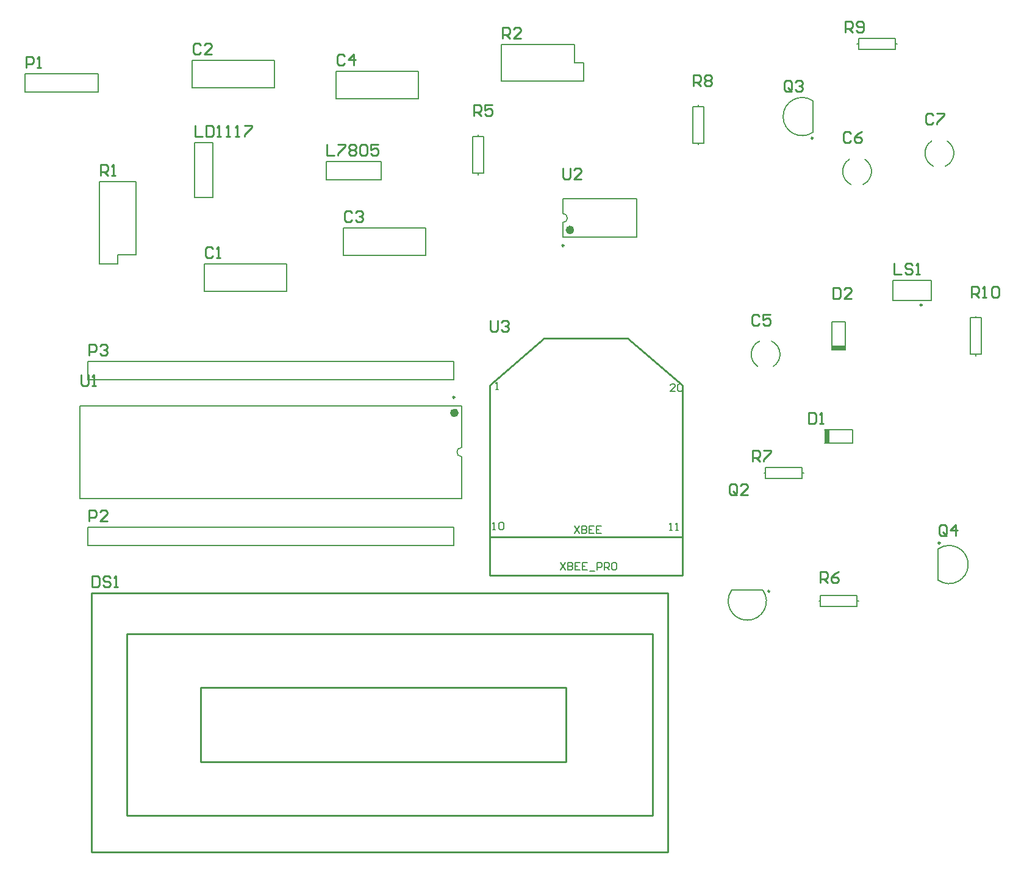
<source format=gto>
G04 Layer_Color=65535*
%FSLAX25Y25*%
%MOIN*%
G70*
G01*
G75*
%ADD10C,0.01000*%
%ADD29C,0.00787*%
%ADD30C,0.00984*%
%ADD31C,0.02362*%
%ADD32C,0.00700*%
%ADD33R,0.07480X0.03150*%
%ADD34R,0.03150X0.07480*%
D10*
X291530Y-286450D02*
X396884D01*
X291530Y-307427D02*
Y-203450D01*
Y-307427D02*
X396884D01*
X321412Y-177742D02*
X367002D01*
X396884Y-203450D01*
Y-203435D01*
Y-307427D02*
Y-203450D01*
X291530D02*
X321412Y-177742D01*
X388865Y-458958D02*
Y-317226D01*
X73904Y-458958D02*
X388865D01*
X73904Y-317226D02*
X388865D01*
X73904Y-458958D02*
Y-317226D01*
X93392Y-339667D02*
X380794D01*
X93392Y-438880D02*
X380794D01*
X93392D02*
Y-339667D01*
X380794Y-438880D02*
Y-339667D01*
X133786Y-409667D02*
Y-368880D01*
X333294D01*
X133786Y-409667D02*
X333294D01*
Y-368880D01*
X202800Y-71902D02*
Y-77900D01*
X206799D01*
X208798Y-71902D02*
X212797D01*
Y-72902D01*
X208798Y-76900D01*
Y-77900D01*
X214796Y-72902D02*
X215796Y-71902D01*
X217795D01*
X218795Y-72902D01*
Y-73901D01*
X217795Y-74901D01*
X218795Y-75901D01*
Y-76900D01*
X217795Y-77900D01*
X215796D01*
X214796Y-76900D01*
Y-75901D01*
X215796Y-74901D01*
X214796Y-73901D01*
Y-72902D01*
X215796Y-74901D02*
X217795D01*
X220794Y-72902D02*
X221794Y-71902D01*
X223793D01*
X224793Y-72902D01*
Y-76900D01*
X223793Y-77900D01*
X221794D01*
X220794Y-76900D01*
Y-72902D01*
X230791Y-71902D02*
X226792D01*
Y-74901D01*
X228792Y-73901D01*
X229791D01*
X230791Y-74901D01*
Y-76900D01*
X229791Y-77900D01*
X227792D01*
X226792Y-76900D01*
X541299Y-284800D02*
Y-280802D01*
X540299Y-279802D01*
X538300D01*
X537300Y-280802D01*
Y-284800D01*
X538300Y-285800D01*
X540299D01*
X539299Y-283801D02*
X541299Y-285800D01*
X540299D02*
X541299Y-284800D01*
X546297Y-285800D02*
Y-279802D01*
X543298Y-282801D01*
X547297D01*
X72500Y-187200D02*
Y-181202D01*
X75499D01*
X76499Y-182202D01*
Y-184201D01*
X75499Y-185201D01*
X72500D01*
X78498Y-182202D02*
X79498Y-181202D01*
X81497D01*
X82497Y-182202D01*
Y-183201D01*
X81497Y-184201D01*
X80497D01*
X81497D01*
X82497Y-185201D01*
Y-186200D01*
X81497Y-187200D01*
X79498D01*
X78498Y-186200D01*
X555000Y-155400D02*
Y-149402D01*
X557999D01*
X558999Y-150402D01*
Y-152401D01*
X557999Y-153401D01*
X555000D01*
X556999D02*
X558999Y-155400D01*
X560998D02*
X562997D01*
X561998D01*
Y-149402D01*
X560998Y-150402D01*
X565996D02*
X566996Y-149402D01*
X568996D01*
X569995Y-150402D01*
Y-154400D01*
X568996Y-155400D01*
X566996D01*
X565996Y-154400D01*
Y-150402D01*
X486100Y-10600D02*
Y-4602D01*
X489099D01*
X490099Y-5602D01*
Y-7601D01*
X489099Y-8601D01*
X486100D01*
X488099D02*
X490099Y-10600D01*
X492098Y-9600D02*
X493098Y-10600D01*
X495097D01*
X496097Y-9600D01*
Y-5602D01*
X495097Y-4602D01*
X493098D01*
X492098Y-5602D01*
Y-6601D01*
X493098Y-7601D01*
X496097D01*
X403100Y-39900D02*
Y-33902D01*
X406099D01*
X407099Y-34902D01*
Y-36901D01*
X406099Y-37901D01*
X403100D01*
X405099D02*
X407099Y-39900D01*
X409098Y-34902D02*
X410098Y-33902D01*
X412097D01*
X413097Y-34902D01*
Y-35901D01*
X412097Y-36901D01*
X413097Y-37901D01*
Y-38900D01*
X412097Y-39900D01*
X410098D01*
X409098Y-38900D01*
Y-37901D01*
X410098Y-36901D01*
X409098Y-35901D01*
Y-34902D01*
X410098Y-36901D02*
X412097D01*
X435200Y-245200D02*
Y-239202D01*
X438199D01*
X439199Y-240202D01*
Y-242201D01*
X438199Y-243201D01*
X435200D01*
X437199D02*
X439199Y-245200D01*
X441198Y-239202D02*
X445197D01*
Y-240202D01*
X441198Y-244200D01*
Y-245200D01*
X472400Y-311600D02*
Y-305602D01*
X475399D01*
X476399Y-306602D01*
Y-308601D01*
X475399Y-309601D01*
X472400D01*
X474399D02*
X476399Y-311600D01*
X482397Y-305602D02*
X480397Y-306602D01*
X478398Y-308601D01*
Y-310600D01*
X479398Y-311600D01*
X481397D01*
X482397Y-310600D01*
Y-309601D01*
X481397Y-308601D01*
X478398D01*
X282900Y-56300D02*
Y-50302D01*
X285899D01*
X286899Y-51302D01*
Y-53301D01*
X285899Y-54301D01*
X282900D01*
X284899D02*
X286899Y-56300D01*
X292897Y-50302D02*
X288898D01*
Y-53301D01*
X290897Y-52301D01*
X291897D01*
X292897Y-53301D01*
Y-55300D01*
X291897Y-56300D01*
X289898D01*
X288898Y-55300D01*
X456549Y-41750D02*
Y-37752D01*
X455549Y-36752D01*
X453550D01*
X452550Y-37752D01*
Y-41750D01*
X453550Y-42750D01*
X455549D01*
X454549Y-40751D02*
X456549Y-42750D01*
X455549D02*
X456549Y-41750D01*
X458548Y-37752D02*
X459548Y-36752D01*
X461547D01*
X462547Y-37752D01*
Y-38751D01*
X461547Y-39751D01*
X460547D01*
X461547D01*
X462547Y-40751D01*
Y-41750D01*
X461547Y-42750D01*
X459548D01*
X458548Y-41750D01*
X426599Y-262600D02*
Y-258602D01*
X425599Y-257602D01*
X423600D01*
X422600Y-258602D01*
Y-262600D01*
X423600Y-263600D01*
X425599D01*
X424599Y-261601D02*
X426599Y-263600D01*
X425599D02*
X426599Y-262600D01*
X432597Y-263600D02*
X428598D01*
X432597Y-259601D01*
Y-258602D01*
X431597Y-257602D01*
X429598D01*
X428598Y-258602D01*
X479300Y-150302D02*
Y-156300D01*
X482299D01*
X483299Y-155300D01*
Y-151302D01*
X482299Y-150302D01*
X479300D01*
X489297Y-156300D02*
X485298D01*
X489297Y-152301D01*
Y-151302D01*
X488297Y-150302D01*
X486298D01*
X485298Y-151302D01*
X466100Y-218502D02*
Y-224500D01*
X469099D01*
X470099Y-223500D01*
Y-219502D01*
X469099Y-218502D01*
X466100D01*
X472098Y-224500D02*
X474097D01*
X473098D01*
Y-218502D01*
X472098Y-219502D01*
X534099Y-55702D02*
X533099Y-54702D01*
X531100D01*
X530100Y-55702D01*
Y-59700D01*
X531100Y-60700D01*
X533099D01*
X534099Y-59700D01*
X536098Y-54702D02*
X540097D01*
Y-55702D01*
X536098Y-59700D01*
Y-60700D01*
X489099Y-65702D02*
X488099Y-64702D01*
X486100D01*
X485100Y-65702D01*
Y-69700D01*
X486100Y-70700D01*
X488099D01*
X489099Y-69700D01*
X495097Y-64702D02*
X493097Y-65702D01*
X491098Y-67701D01*
Y-69700D01*
X492098Y-70700D01*
X494097D01*
X495097Y-69700D01*
Y-68701D01*
X494097Y-67701D01*
X491098D01*
X439099Y-165702D02*
X438099Y-164702D01*
X436100D01*
X435100Y-165702D01*
Y-169700D01*
X436100Y-170700D01*
X438099D01*
X439099Y-169700D01*
X445097Y-164702D02*
X441098D01*
Y-167701D01*
X443097Y-166701D01*
X444097D01*
X445097Y-167701D01*
Y-169700D01*
X444097Y-170700D01*
X442098D01*
X441098Y-169700D01*
X130800Y-61402D02*
Y-67400D01*
X134799D01*
X136798Y-61402D02*
Y-67400D01*
X139797D01*
X140797Y-66400D01*
Y-62402D01*
X139797Y-61402D01*
X136798D01*
X142796Y-67400D02*
X144796D01*
X143796D01*
Y-61402D01*
X142796Y-62402D01*
X147794Y-67400D02*
X149794D01*
X148794D01*
Y-61402D01*
X147794Y-62402D01*
X152793Y-67400D02*
X154792D01*
X153793D01*
Y-61402D01*
X152793Y-62402D01*
X157791Y-61402D02*
X161790D01*
Y-62402D01*
X157791Y-66400D01*
Y-67400D01*
X292000Y-168244D02*
Y-173242D01*
X293000Y-174242D01*
X294999D01*
X295999Y-173242D01*
Y-168244D01*
X297998Y-169243D02*
X298998Y-168244D01*
X300997D01*
X301997Y-169243D01*
Y-170243D01*
X300997Y-171243D01*
X299997D01*
X300997D01*
X301997Y-172242D01*
Y-173242D01*
X300997Y-174242D01*
X298998D01*
X297998Y-173242D01*
X298500Y-13800D02*
Y-7802D01*
X301499D01*
X302499Y-8802D01*
Y-10801D01*
X301499Y-11801D01*
X298500D01*
X300499D02*
X302499Y-13800D01*
X308497D02*
X304498D01*
X308497Y-9801D01*
Y-8802D01*
X307497Y-7802D01*
X305498D01*
X304498Y-8802D01*
X78900Y-88700D02*
Y-82702D01*
X81899D01*
X82899Y-83702D01*
Y-85701D01*
X81899Y-86701D01*
X78900D01*
X80899D02*
X82899Y-88700D01*
X84898D02*
X86897D01*
X85898D01*
Y-82702D01*
X84898Y-83702D01*
X38300Y-29700D02*
Y-23702D01*
X41299D01*
X42299Y-24702D01*
Y-26701D01*
X41299Y-27701D01*
X38300D01*
X44298Y-29700D02*
X46297D01*
X45298D01*
Y-23702D01*
X44298Y-24702D01*
X512500Y-136702D02*
Y-142700D01*
X516499D01*
X522497Y-137702D02*
X521497Y-136702D01*
X519498D01*
X518498Y-137702D01*
Y-138701D01*
X519498Y-139701D01*
X521497D01*
X522497Y-140701D01*
Y-141700D01*
X521497Y-142700D01*
X519498D01*
X518498Y-141700D01*
X524496Y-142700D02*
X526496D01*
X525496D01*
Y-136702D01*
X524496Y-137702D01*
X140399Y-128802D02*
X139399Y-127802D01*
X137400D01*
X136400Y-128802D01*
Y-132800D01*
X137400Y-133800D01*
X139399D01*
X140399Y-132800D01*
X142398Y-133800D02*
X144397D01*
X143398D01*
Y-127802D01*
X142398Y-128802D01*
X133599Y-17402D02*
X132599Y-16402D01*
X130600D01*
X129600Y-17402D01*
Y-21400D01*
X130600Y-22400D01*
X132599D01*
X133599Y-21400D01*
X139597Y-22400D02*
X135598D01*
X139597Y-18401D01*
Y-17402D01*
X138597Y-16402D01*
X136598D01*
X135598Y-17402D01*
X212399Y-23502D02*
X211399Y-22502D01*
X209400D01*
X208400Y-23502D01*
Y-27500D01*
X209400Y-28500D01*
X211399D01*
X212399Y-27500D01*
X217397Y-28500D02*
Y-22502D01*
X214398Y-25501D01*
X218397D01*
X216399Y-109060D02*
X215399Y-108060D01*
X213400D01*
X212400Y-109060D01*
Y-113058D01*
X213400Y-114058D01*
X215399D01*
X216399Y-113058D01*
X218398Y-109060D02*
X219398Y-108060D01*
X221397D01*
X222397Y-109060D01*
Y-110059D01*
X221397Y-111059D01*
X220397D01*
X221397D01*
X222397Y-112059D01*
Y-113058D01*
X221397Y-114058D01*
X219398D01*
X218398Y-113058D01*
X72500Y-277842D02*
Y-271844D01*
X75499D01*
X76499Y-272843D01*
Y-274843D01*
X75499Y-275842D01*
X72500D01*
X82497Y-277842D02*
X78498D01*
X82497Y-273843D01*
Y-272843D01*
X81497Y-271844D01*
X79498D01*
X78498Y-272843D01*
X74400Y-307702D02*
Y-313700D01*
X77399D01*
X78399Y-312700D01*
Y-308702D01*
X77399Y-307702D01*
X74400D01*
X84397Y-308702D02*
X83397Y-307702D01*
X81398D01*
X80398Y-308702D01*
Y-309701D01*
X81398Y-310701D01*
X83397D01*
X84397Y-311701D01*
Y-312700D01*
X83397Y-313700D01*
X81398D01*
X80398Y-312700D01*
X86396Y-313700D02*
X88396D01*
X87396D01*
Y-307702D01*
X86396Y-308702D01*
X68200Y-197702D02*
Y-202700D01*
X69200Y-203700D01*
X71199D01*
X72199Y-202700D01*
Y-197702D01*
X74198Y-203700D02*
X76197D01*
X75198D01*
Y-197702D01*
X74198Y-198702D01*
X331700Y-84702D02*
Y-89700D01*
X332700Y-90700D01*
X334699D01*
X335699Y-89700D01*
Y-84702D01*
X341697Y-90700D02*
X337698D01*
X341697Y-86701D01*
Y-85702D01*
X340697Y-84702D01*
X338698D01*
X337698Y-85702D01*
D29*
X536716Y-310146D02*
G03*
X536716Y-293054I5984J8546D01*
G01*
X495674Y-93761D02*
G03*
X496632Y-79960I-3274J7161D01*
G01*
X488168D02*
G03*
X489126Y-93761I4232J-6640D01*
G01*
X468384Y-48054D02*
G03*
X468384Y-65146I-5984J-8546D01*
G01*
X540674Y-83761D02*
G03*
X541632Y-69960I-3274J7161D01*
G01*
X533168D02*
G03*
X534126Y-83761I4232J-6640D01*
G01*
X439126Y-179439D02*
G03*
X438168Y-193240I3274J-7161D01*
G01*
X446632D02*
G03*
X445674Y-179439I-4232J6640D01*
G01*
X423854Y-315616D02*
G03*
X440946Y-315616I8546J-5984D01*
G01*
X276231Y-237600D02*
G03*
X276231Y-242600I0J-2500D01*
G01*
X331524Y-114600D02*
G03*
X331524Y-109600I0J2500D01*
G01*
X492400Y-321600D02*
Y-318600D01*
X472400D02*
X492400D01*
X472400Y-324600D02*
Y-318600D01*
Y-324600D02*
X492400D01*
Y-321600D01*
X471500D02*
X472400D01*
X492400D02*
X493300D01*
X202200Y-91300D02*
Y-81300D01*
X232200D01*
Y-91300D02*
Y-81300D01*
X202200Y-91300D02*
X232200D01*
X536716Y-310146D02*
Y-293054D01*
X79400Y-190600D02*
X271900D01*
X71900D02*
X79400D01*
X71900Y-200600D02*
Y-190600D01*
Y-200600D02*
X271900D01*
Y-190600D01*
X405500Y-71100D02*
X408500D01*
Y-51100D01*
X402500D02*
X408500D01*
X402500Y-71100D02*
Y-51100D01*
Y-71100D02*
X405500D01*
Y-51100D02*
Y-50200D01*
Y-72000D02*
Y-71100D01*
X468384Y-65146D02*
Y-48054D01*
X513300Y-17000D02*
Y-14000D01*
X493300D02*
X513300D01*
X493300Y-20000D02*
Y-14000D01*
Y-20000D02*
X513300D01*
Y-17000D01*
X492400D02*
X493300D01*
X513300D02*
X514200D01*
X478660Y-168923D02*
X486140D01*
Y-184277D02*
Y-168923D01*
X478660Y-184277D02*
Y-168923D01*
X554400Y-166600D02*
X557400D01*
X554400Y-186600D02*
Y-166600D01*
Y-186600D02*
X560400D01*
Y-166600D01*
X557400D02*
X560400D01*
X557400Y-187500D02*
Y-186600D01*
Y-166600D02*
Y-165700D01*
X490077Y-235340D02*
Y-227860D01*
X474723Y-235340D02*
X490077D01*
X474723Y-227860D02*
X490077D01*
X442400Y-254600D02*
Y-251600D01*
Y-254600D02*
X462400D01*
Y-248600D01*
X442400D02*
X462400D01*
X442400Y-251600D02*
Y-248600D01*
X462400Y-251600D02*
X463300D01*
X441500D02*
X442400D01*
X285300Y-87500D02*
X288300D01*
Y-67500D01*
X282300D02*
X288300D01*
X282300Y-87500D02*
Y-67500D01*
Y-87500D02*
X285300D01*
Y-67500D02*
Y-66600D01*
Y-88400D02*
Y-87500D01*
X423854Y-315616D02*
X440946D01*
X297900Y-37200D02*
Y-17200D01*
Y-37200D02*
X342900D01*
Y-27200D01*
X337900D02*
X342900D01*
X337900D02*
Y-17200D01*
X297900D02*
X337900D01*
X78300Y-92100D02*
X98300D01*
X78300Y-137100D02*
Y-92100D01*
Y-137100D02*
X88300D01*
Y-132100D01*
X98300D01*
Y-92100D01*
X77700Y-43100D02*
Y-33100D01*
X37700Y-43100D02*
X77700D01*
X37700Y-33100D02*
X77700D01*
X37700Y-43100D02*
Y-33100D01*
X140200Y-100800D02*
Y-70800D01*
X130200D02*
X140200D01*
X130200Y-100800D02*
Y-70800D01*
Y-100800D02*
X140200D01*
X135800Y-152200D02*
Y-137200D01*
X180800D01*
Y-152200D02*
Y-137200D01*
X135800Y-152200D02*
X180800D01*
X174000Y-40800D02*
Y-25800D01*
X129000Y-40800D02*
X174000D01*
X129000D02*
Y-25800D01*
X174000D01*
X511888Y-146088D02*
X532912D01*
X511888Y-157112D02*
X532912D01*
X511888D02*
Y-146088D01*
X532912Y-157112D02*
Y-146088D01*
X207800Y-46900D02*
X252800D01*
Y-31900D01*
X207800D02*
X252800D01*
X207800Y-46900D02*
Y-31900D01*
X211800Y-117500D02*
X256800D01*
X211800Y-132500D02*
Y-117500D01*
Y-132500D02*
X256800D01*
Y-117500D01*
X71900Y-291242D02*
X264400D01*
X271900D01*
Y-281242D01*
X71900D02*
X271900D01*
X71900Y-291242D02*
Y-281242D01*
X67569Y-265494D02*
Y-214706D01*
X276231Y-265494D02*
Y-242600D01*
Y-237600D02*
Y-214706D01*
X67569Y-265494D02*
X276231D01*
X67569Y-214706D02*
X276231D01*
X331524Y-122533D02*
X372076D01*
X331524Y-101667D02*
X372076D01*
X331524Y-122533D02*
Y-114600D01*
Y-109600D02*
Y-101667D01*
X372076Y-122533D02*
Y-101667D01*
D30*
X537794Y-289777D02*
G03*
X537794Y-289777I-492J0D01*
G01*
X468290Y-68423D02*
G03*
X468290Y-68423I-492J0D01*
G01*
X444715Y-316202D02*
G03*
X444715Y-316202I-492J0D01*
G01*
X527892Y-159671D02*
G03*
X527892Y-159671I-492J0D01*
G01*
X272510Y-210100D02*
G03*
X272510Y-210100I-492J0D01*
G01*
X332174Y-127100D02*
G03*
X332174Y-127100I-492J0D01*
G01*
D31*
X273475Y-218643D02*
G03*
X273475Y-218643I-1181J0D01*
G01*
X336643Y-118596D02*
G03*
X336643Y-118596I-1181J0D01*
G01*
D32*
X337900Y-280452D02*
X340566Y-284451D01*
Y-280452D02*
X337900Y-284451D01*
X341899Y-280452D02*
Y-284451D01*
X343898D01*
X344565Y-283784D01*
Y-283118D01*
X343898Y-282451D01*
X341899D01*
X343898D01*
X344565Y-281785D01*
Y-281118D01*
X343898Y-280452D01*
X341899D01*
X348563D02*
X345897D01*
Y-284451D01*
X348563D01*
X345897Y-282451D02*
X347230D01*
X352562Y-280452D02*
X349896D01*
Y-284451D01*
X352562D01*
X349896Y-282451D02*
X351229D01*
X330400Y-300452D02*
X333066Y-304450D01*
Y-300452D02*
X330400Y-304450D01*
X334399Y-300452D02*
Y-304450D01*
X336398D01*
X337065Y-303784D01*
Y-303118D01*
X336398Y-302451D01*
X334399D01*
X336398D01*
X337065Y-301785D01*
Y-301118D01*
X336398Y-300452D01*
X334399D01*
X341063D02*
X338397D01*
Y-304450D01*
X341063D01*
X338397Y-302451D02*
X339730D01*
X345062Y-300452D02*
X342396D01*
Y-304450D01*
X345062D01*
X342396Y-302451D02*
X343729D01*
X346395Y-305117D02*
X349061D01*
X350394Y-304450D02*
Y-300452D01*
X352393D01*
X353059Y-301118D01*
Y-302451D01*
X352393Y-303118D01*
X350394D01*
X354392Y-304450D02*
Y-300452D01*
X356392D01*
X357058Y-301118D01*
Y-302451D01*
X356392Y-303118D01*
X354392D01*
X355725D02*
X357058Y-304450D01*
X360390Y-300452D02*
X359057D01*
X358391Y-301118D01*
Y-303784D01*
X359057Y-304450D01*
X360390D01*
X361057Y-303784D01*
Y-301118D01*
X360390Y-300452D01*
X294900Y-205950D02*
X296233D01*
X295566D01*
Y-201952D01*
X294900Y-202618D01*
X293400Y-282451D02*
X294733D01*
X294066D01*
Y-278452D01*
X293400Y-279118D01*
X296732D02*
X297399Y-278452D01*
X298732D01*
X299398Y-279118D01*
Y-281784D01*
X298732Y-282451D01*
X297399D01*
X296732Y-281784D01*
Y-279118D01*
X389900Y-282950D02*
X391233D01*
X390566D01*
Y-278952D01*
X389900Y-279618D01*
X393232Y-282950D02*
X394565D01*
X393899D01*
Y-278952D01*
X393232Y-279618D01*
X393066Y-206950D02*
X390400D01*
X393066Y-204285D01*
Y-203618D01*
X392399Y-202952D01*
X391066D01*
X390400Y-203618D01*
X394399D02*
X395065Y-202952D01*
X396398D01*
X397064Y-203618D01*
Y-206284D01*
X396398Y-206950D01*
X395065D01*
X394399Y-206284D01*
Y-203618D01*
D33*
X482400Y-183096D02*
D03*
D34*
X475904Y-231600D02*
D03*
M02*

</source>
